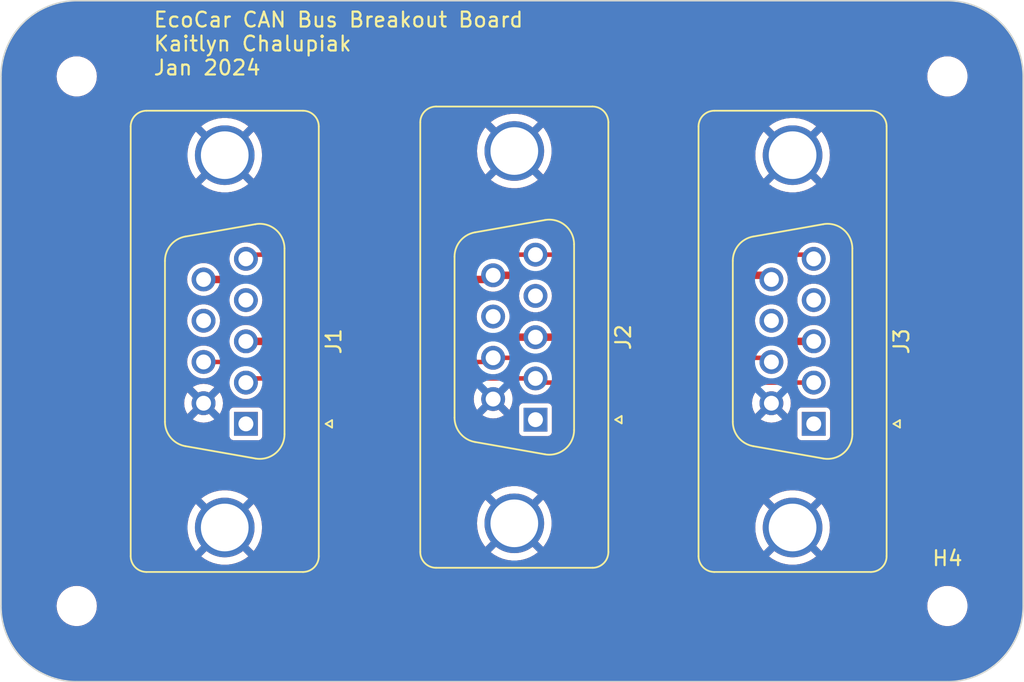
<source format=kicad_pcb>
(kicad_pcb (version 20221018) (generator pcbnew)
  (layers (0 "F.Cu" signal) (31 "B.Cu" power) (34 "B.Paste" user) (35 "F.Paste" user) (36 "B.SilkS" user "B.Silkscreen") (37 "F.SilkS" user "F.Silkscreen") (38 "B.Mask" user) (39 "F.Mask" user) (44 "Edge.Cuts" user))
  (net 0 "")
  (net 1 "GND")
  (net 3 "/CAN_L")
  (net 4 "/V-")
  (net 6 "/SHIELD")
  (net 7 "/CAN_H")
  (net 9 "/V+")
  (footprint "Connector_Dsub:DSUB-9_Female_Vertical_P2.77x2.84mm_MountingHoles" (layer "F.Cu") (at 135.810331 84.29 -90)
    (fp_text reference "J1" (at -5.54 -5.89 -90) (layer "F.SilkS"))
    (fp_text value "DE9_Receptacle_MountingHoles")
    (fp_line (start -21.025 6.67) (end -21.025 -3.83) (stroke (width 0.12)) (layer "F.SilkS"))
    (fp_line (start -19.965 -4.89) (end 8.885 -4.89) (stroke (width 0.12)) (layer "F.SilkS"))
    (fp_line (start -13.40647 -0.641744) (end -12.577733 4.058256) (stroke (width 0.12)) (layer "F.SilkS"))
    (fp_line (start -11.771689 -2.59) (end 0.691689 -2.59) (stroke (width 0.12)) (layer "F.SilkS"))
    (fp_line (start -10.942952 5.43) (end -0.137048 5.43) (stroke (width 0.12)) (layer "F.SilkS"))
    (fp_line (start -0.25 -5.784338) (end 0.25 -5.784338) (stroke (width 0.12)) (layer "F.SilkS"))
    (fp_line (start 0 -5.351325) (end -0.25 -5.784338) (stroke (width 0.12)) (layer "F.SilkS"))
    (fp_line (start 0.25 -5.784338) (end 0 -5.351325) (stroke (width 0.12)) (layer "F.SilkS"))
    (fp_line (start 2.32647 -0.641744) (end 1.497733 4.058256) (stroke (width 0.12)) (layer "F.SilkS"))
    (fp_line (start 8.885 7.73) (end -19.965 7.73) (stroke (width 0.12)) (layer "F.SilkS"))
    (fp_line (start 9.945 -3.83) (end 9.945 6.67) (stroke (width 0.12)) (layer "F.SilkS"))
    (fp_arc (start -21.025 -3.83) (mid -20.714533 -4.579533) (end -19.965 -4.89) (stroke (width 0.12)) (layer "F.SilkS"))
    (fp_arc (start -19.965 7.73) (mid -20.714533 7.419533) (end -21.025 6.67) (stroke (width 0.12)) (layer "F.SilkS"))
    (fp_arc (start -13.40647 -0.641744) (mid -13.043323 -1.997028) (end -11.771689 -2.59) (stroke (width 0.12)) (layer "F.SilkS"))
    (fp_arc (start -10.942952 5.43) (mid -12.009979 5.041634) (end -12.577733 4.058256) (stroke (width 0.12)) (layer "F.SilkS"))
    (fp_arc (start 0.691689 -2.59) (mid 1.963323 -1.997027) (end 2.32647 -0.641744) (stroke (width 0.12)) (layer "F.SilkS"))
    (fp_arc (start 1.497733 4.058256) (mid 0.92998 5.041634) (end -0.137048 5.43) (stroke (width 0.12)) (layer "F.SilkS"))
    (fp_arc (start 8.885 -4.89) (mid 9.634533 -4.579533) (end 9.945 -3.83) (stroke (width 0.12)) (layer "F.SilkS"))
    (fp_arc (start 9.945 6.67) (mid 9.634533 7.419533) (end 8.885 7.73) (stroke (width 0.12)) (layer "F.SilkS"))
    (pad "0" thru_hole circle (at -18.04 1.42 270) (size 4 4) (drill 3.2) (layers "*.Cu" "*.Mask") (net 1 "GND"))
    (pad "0" thru_hole circle (at 6.96 1.42 270) (size 4 4) (drill 3.2) (layers "*.Cu" "*.Mask") (net 1 "GND"))
    (pad "1" thru_hole rect (at 0 0 270) (size 1.6 1.6) (drill 1) (layers "*.Cu" "*.Mask"))
    (pad "2" thru_hole circle (at -2.77 0 270) (size 1.6 1.6) (drill 1) (layers "*.Cu" "*.Mask") (net 3 "/CAN_L"))
    (pad "3" thru_hole circle (at -5.54 0 270) (size 1.6 1.6) (drill 1) (layers "*.Cu" "*.Mask") (net 4 "/V-"))
    (pad "4" thru_hole circle (at -8.31 0 270) (size 1.6 1.6) (drill 1) (layers "*.Cu" "*.Mask"))
    (pad "5" thru_hole circle (at -11.08 0 270) (size 1.6 1.6) (drill 1) (layers "*.Cu" "*.Mask") (net 6 "/SHIELD"))
    (pad "6" thru_hole circle (at -1.385 2.84 270) (size 1.6 1.6) (drill 1) (layers "*.Cu" "*.Mask") (net 1 "GND"))
    (pad "7" thru_hole circle (at -4.155 2.84 270) (size 1.6 1.6) (drill 1) (layers "*.Cu" "*.Mask") (net 7 "/CAN_H"))
    (pad "8" thru_hole circle (at -6.925 2.84 270) (size 1.6 1.6) (drill 1) (layers "*.Cu" "*.Mask"))
    (pad "9" thru_hole circle (at -9.695 2.84 270) (size 1.6 1.6) (drill 1) (layers "*.Cu" "*.Mask") (net 9 "/V+"))
  )
  (footprint "Connector_Dsub:DSUB-9_Female_Vertical_P2.77x2.84mm_MountingHoles" (layer "F.Cu") (at 155.24 84.009669 -90)
    (fp_text reference "J2" (at -5.54 -5.89 -90) (layer "F.SilkS"))
    (fp_text value "DE9_Receptacle_MountingHoles")
    (fp_line (start -21.025 6.67) (end -21.025 -3.83) (stroke (width 0.12)) (layer "F.SilkS"))
    (fp_line (start -19.965 -4.89) (end 8.885 -4.89) (stroke (width 0.12)) (layer "F.SilkS"))
    (fp_line (start -13.40647 -0.641744) (end -12.577733 4.058256) (stroke (width 0.12)) (layer "F.SilkS"))
    (fp_line (start -11.771689 -2.59) (end 0.691689 -2.59) (stroke (width 0.12)) (layer "F.SilkS"))
    (fp_line (start -10.942952 5.43) (end -0.137048 5.43) (stroke (width 0.12)) (layer "F.SilkS"))
    (fp_line (start -0.25 -5.784338) (end 0.25 -5.784338) (stroke (width 0.12)) (layer "F.SilkS"))
    (fp_line (start 0 -5.351325) (end -0.25 -5.784338) (stroke (width 0.12)) (layer "F.SilkS"))
    (fp_line (start 0.25 -5.784338) (end 0 -5.351325) (stroke (width 0.12)) (layer "F.SilkS"))
    (fp_line (start 2.32647 -0.641744) (end 1.497733 4.058256) (stroke (width 0.12)) (layer "F.SilkS"))
    (fp_line (start 8.885 7.73) (end -19.965 7.73) (stroke (width 0.12)) (layer "F.SilkS"))
    (fp_line (start 9.945 -3.83) (end 9.945 6.67) (stroke (width 0.12)) (layer "F.SilkS"))
    (fp_arc (start -21.025 -3.83) (mid -20.714533 -4.579533) (end -19.965 -4.89) (stroke (width 0.12)) (layer "F.SilkS"))
    (fp_arc (start -19.965 7.73) (mid -20.714533 7.419533) (end -21.025 6.67) (stroke (width 0.12)) (layer "F.SilkS"))
    (fp_arc (start -13.40647 -0.641744) (mid -13.043323 -1.997028) (end -11.771689 -2.59) (stroke (width 0.12)) (layer "F.SilkS"))
    (fp_arc (start -10.942952 5.43) (mid -12.009979 5.041634) (end -12.577733 4.058256) (stroke (width 0.12)) (layer "F.SilkS"))
    (fp_arc (start 0.691689 -2.59) (mid 1.963323 -1.997027) (end 2.32647 -0.641744) (stroke (width 0.12)) (layer "F.SilkS"))
    (fp_arc (start 1.497733 4.058256) (mid 0.92998 5.041634) (end -0.137048 5.43) (stroke (width 0.12)) (layer "F.SilkS"))
    (fp_arc (start 8.885 -4.89) (mid 9.634533 -4.579533) (end 9.945 -3.83) (stroke (width 0.12)) (layer "F.SilkS"))
    (fp_arc (start 9.945 6.67) (mid 9.634533 7.419533) (end 8.885 7.73) (stroke (width 0.12)) (layer "F.SilkS"))
    (pad "0" thru_hole circle (at -18.04 1.42 270) (size 4 4) (drill 3.2) (layers "*.Cu" "*.Mask") (net 1 "GND"))
    (pad "0" thru_hole circle (at 6.96 1.42 270) (size 4 4) (drill 3.2) (layers "*.Cu" "*.Mask") (net 1 "GND"))
    (pad "1" thru_hole rect (at 0 0 270) (size 1.6 1.6) (drill 1) (layers "*.Cu" "*.Mask"))
    (pad "2" thru_hole circle (at -2.77 0 270) (size 1.6 1.6) (drill 1) (layers "*.Cu" "*.Mask") (net 3 "/CAN_L"))
    (pad "3" thru_hole circle (at -5.54 0 270) (size 1.6 1.6) (drill 1) (layers "*.Cu" "*.Mask") (net 4 "/V-"))
    (pad "4" thru_hole circle (at -8.31 0 270) (size 1.6 1.6) (drill 1) (layers "*.Cu" "*.Mask"))
    (pad "5" thru_hole circle (at -11.08 0 270) (size 1.6 1.6) (drill 1) (layers "*.Cu" "*.Mask") (net 6 "/SHIELD"))
    (pad "6" thru_hole circle (at -1.385 2.84 270) (size 1.6 1.6) (drill 1) (layers "*.Cu" "*.Mask") (net 1 "GND"))
    (pad "7" thru_hole circle (at -4.155 2.84 270) (size 1.6 1.6) (drill 1) (layers "*.Cu" "*.Mask") (net 7 "/CAN_H"))
    (pad "8" thru_hole circle (at -6.925 2.84 270) (size 1.6 1.6) (drill 1) (layers "*.Cu" "*.Mask"))
    (pad "9" thru_hole circle (at -9.695 2.84 270) (size 1.6 1.6) (drill 1) (layers "*.Cu" "*.Mask") (net 9 "/V+"))
  )
  (footprint "MountingHole:MountingHole_2.2mm_M2" (layer "F.Cu") (at 182.88 96.52)
    (fp_text reference "H4" (at 0 -3.2) (layer "F.SilkS"))
    (fp_text value "MountingHole")
    (pad "" np_thru_hole circle (at 0 0) (size 2.2 2.2) (drill 2.2) (layers "*.Cu" "*.Mask"))
  )
  (footprint "MountingHole:MountingHole_2.2mm_M2" (layer "F.Cu") (at 124.46 60.96)
    (fp_text reference "H1")
    (fp_text value "MountingHole")
    (pad "" np_thru_hole circle (at 0 0) (size 2.2 2.2) (drill 2.2) (layers "*.Cu" "*.Mask"))
  )
  (footprint "Connector_Dsub:DSUB-9_Female_Vertical_P2.77x2.84mm_MountingHoles" (layer "F.Cu") (at 173.910331 84.29 -90)
    (fp_text reference "J3" (at -5.54 -5.89 -90) (layer "F.SilkS"))
    (fp_text value "DE9_Receptacle_MountingHoles")
    (fp_line (start -21.025 6.67) (end -21.025 -3.83) (stroke (width 0.12)) (layer "F.SilkS"))
    (fp_line (start -19.965 -4.89) (end 8.885 -4.89) (stroke (width 0.12)) (layer "F.SilkS"))
    (fp_line (start -13.40647 -0.641744) (end -12.577733 4.058256) (stroke (width 0.12)) (layer "F.SilkS"))
    (fp_line (start -11.771689 -2.59) (end 0.691689 -2.59) (stroke (width 0.12)) (layer "F.SilkS"))
    (fp_line (start -10.942952 5.43) (end -0.137048 5.43) (stroke (width 0.12)) (layer "F.SilkS"))
    (fp_line (start -0.25 -5.784338) (end 0.25 -5.784338) (stroke (width 0.12)) (layer "F.SilkS"))
    (fp_line (start 0 -5.351325) (end -0.25 -5.784338) (stroke (width 0.12)) (layer "F.SilkS"))
    (fp_line (start 0.25 -5.784338) (end 0 -5.351325) (stroke (width 0.12)) (layer "F.SilkS"))
    (fp_line (start 2.32647 -0.641744) (end 1.497733 4.058256) (stroke (width 0.12)) (layer "F.SilkS"))
    (fp_line (start 8.885 7.73) (end -19.965 7.73) (stroke (width 0.12)) (layer "F.SilkS"))
    (fp_line (start 9.945 -3.83) (end 9.945 6.67) (stroke (width 0.12)) (layer "F.SilkS"))
    (fp_arc (start -21.025 -3.83) (mid -20.714533 -4.579533) (end -19.965 -4.89) (stroke (width 0.12)) (layer "F.SilkS"))
    (fp_arc (start -19.965 7.73) (mid -20.714533 7.419533) (end -21.025 6.67) (stroke (width 0.12)) (layer "F.SilkS"))
    (fp_arc (start -13.40647 -0.641744) (mid -13.043323 -1.997028) (end -11.771689 -2.59) (stroke (width 0.12)) (layer "F.SilkS"))
    (fp_arc (start -10.942952 5.43) (mid -12.009979 5.041634) (end -12.577733 4.058256) (stroke (width 0.12)) (layer "F.SilkS"))
    (fp_arc (start 0.691689 -2.59) (mid 1.963323 -1.997027) (end 2.32647 -0.641744) (stroke (width 0.12)) (layer "F.SilkS"))
    (fp_arc (start 1.497733 4.058256) (mid 0.92998 5.041634) (end -0.137048 5.43) (stroke (width 0.12)) (layer "F.SilkS"))
    (fp_arc (start 8.885 -4.89) (mid 9.634533 -4.579533) (end 9.945 -3.83) (stroke (width 0.12)) (layer "F.SilkS"))
    (fp_arc (start 9.945 6.67) (mid 9.634533 7.419533) (end 8.885 7.73) (stroke (width 0.12)) (layer "F.SilkS"))
    (pad "0" thru_hole circle (at -18.04 1.42 270) (size 4 4) (drill 3.2) (layers "*.Cu" "*.Mask") (net 1 "GND"))
    (pad "0" thru_hole circle (at 6.96 1.42 270) (size 4 4) (drill 3.2) (layers "*.Cu" "*.Mask") (net 1 "GND"))
    (pad "1" thru_hole rect (at 0 0 270) (size 1.6 1.6) (drill 1) (layers "*.Cu" "*.Mask"))
    (pad "2" thru_hole circle (at -2.77 0 270) (size 1.6 1.6) (drill 1) (layers "*.Cu" "*.Mask") (net 3 "/CAN_L"))
    (pad "3" thru_hole circle (at -5.54 0 270) (size 1.6 1.6) (drill 1) (layers "*.Cu" "*.Mask") (net 4 "/V-"))
    (pad "4" thru_hole circle (at -8.31 0 270) (size 1.6 1.6) (drill 1) (layers "*.Cu" "*.Mask"))
    (pad "5" thru_hole circle (at -11.08 0 270) (size 1.6 1.6) (drill 1) (layers "*.Cu" "*.Mask") (net 6 "/SHIELD"))
    (pad "6" thru_hole circle (at -1.385 2.84 270) (size 1.6 1.6) (drill 1) (layers "*.Cu" "*.Mask") (net 1 "GND"))
    (pad "7" thru_hole circle (at -4.155 2.84 270) (size 1.6 1.6) (drill 1) (layers "*.Cu" "*.Mask") (net 7 "/CAN_H"))
    (pad "8" thru_hole circle (at -6.925 2.84 270) (size 1.6 1.6) (drill 1) (layers "*.Cu" "*.Mask"))
    (pad "9" thru_hole circle (at -9.695 2.84 270) (size 1.6 1.6) (drill 1) (layers "*.Cu" "*.Mask") (net 9 "/V+"))
  )
  (footprint "MountingHole:MountingHole_2.2mm_M2" (layer "F.Cu") (at 182.88 60.96)
    (fp_text reference "H3")
    (fp_text value "MountingHole")
    (pad "" np_thru_hole circle (at 0 0) (size 2.2 2.2) (drill 2.2) (layers "*.Cu" "*.Mask"))
  )
  (footprint "MountingHole:MountingHole_2.2mm_M2" (layer "F.Cu") (at 124.46 96.52)
    (fp_text reference "H2")
    (fp_text value "MountingHole")
    (pad "" np_thru_hole circle (at 0 0) (size 2.2 2.2) (drill 2.2) (layers "*.Cu" "*.Mask"))
  )
  (gr_arc (start 119.38 60.96) (mid 120.867898 57.367898) (end 124.46 55.88) (stroke (width 0.1)) (layer "Edge.Cuts"))
  (gr_arc (start 187.96 96.52) (mid 186.472102 100.112102) (end 182.88 101.6) (stroke (width 0.1)) (layer "Edge.Cuts"))
  (gr_line (start 124.46 55.88) (end 182.88 55.88) (stroke (width 0.1)) (layer "Edge.Cuts"))
  (gr_arc (start 182.88 55.88) (mid 186.472102 57.367898) (end 187.96 60.96) (stroke (width 0.1)) (layer "Edge.Cuts"))
  (gr_line (start 119.38 60.96) (end 119.38 96.52) (stroke (width 0.1)) (layer "Edge.Cuts"))
  (gr_arc (start 124.46 101.6) (mid 120.867898 100.112102) (end 119.38 96.52) (stroke (width 0.1)) (layer "Edge.Cuts"))
  (gr_line (start 187.96 60.96) (end 187.96 96.52) (stroke (width 0.1)) (layer "Edge.Cuts"))
  (gr_line (start 124.46 101.6) (end 182.88 101.6) (stroke (width 0.1)) (layer "Edge.Cuts"))
  (gr_text "EcoCar CAN Bus Breakout Board\nKaitlyn Chalupiak\nJan 2024" (at 129.54 60.96) (layer "F.SilkS") (effects (font (size 1 1)) (justify left bottom)))
  (segment (start 135.810331 81.52) (end 136.090662 81.239669) (width 0.25) (layer "F.Cu") (net 3))
  (segment (start 155.520331 81.52) (end 173.910331 81.52) (width 0.3) (layer "F.Cu") (net 3))
  (segment (start 136.090662 81.239669) (end 155.24 81.239669) (width 0.3) (layer "F.Cu") (net 3))
  (segment (start 155.24 81.239669) (end 155.520331 81.52) (width 0.25) (layer "F.Cu") (net 3))
  (segment (start 169.869669 78.469669) (end 170.15 78.75) (width 0.5) (layer "F.Cu") (net 4))
  (segment (start 150.530331 78.469669) (end 155.24 78.469669) (width 0.5) (layer "F.Cu") (net 4))
  (segment (start 150.25 78.75) (end 150.530331 78.469669) (width 0.5) (layer "F.Cu") (net 4))
  (segment (start 154.959669 78.75) (end 155.24 78.469669) (width 0.2) (layer "F.Cu") (net 4))
  (segment (start 170.15 78.75) (end 173.910331 78.75) (width 0.5) (layer "F.Cu") (net 4))
  (segment (start 155.24 78.469669) (end 169.869669 78.469669) (width 0.5) (layer "F.Cu") (net 4))
  (segment (start 173.63 78.469669) (end 173.910331 78.75) (width 0.2) (layer "F.Cu") (net 4))
  (segment (start 135.810331 78.75) (end 150.25 78.75) (width 0.5) (layer "F.Cu") (net 4))
  (segment (start 136.090662 72.929669) (end 155.24 72.929669) (width 0.3) (layer "F.Cu") (net 6))
  (segment (start 135.810331 73.21) (end 136.090662 72.929669) (width 0.25) (layer "F.Cu") (net 6))
  (segment (start 173.63 72.929669) (end 173.910331 73.21) (width 0.25) (layer "F.Cu") (net 6))
  (segment (start 155.24 72.929669) (end 173.63 72.929669) (width 0.3) (layer "F.Cu") (net 6))
  (segment (start 152.4 79.854669) (end 170.79 79.854669) (width 0.3) (layer "F.Cu") (net 7))
  (segment (start 132.970331 80.135) (end 152.119669 80.135) (width 0.3) (layer "F.Cu") (net 7))
  (segment (start 170.79 79.854669) (end 171.070331 80.135) (width 0.25) (layer "B.Cu") (net 7))
  (segment (start 152.119669 80.135) (end 152.4 79.854669) (width 0.25) (layer "B.Cu") (net 7))
  (segment (start 132.970331 74.595) (end 152.119669 74.595) (width 0.5) (layer "F.Cu") (net 9))
  (segment (start 152.4 74.314669) (end 170.79 74.314669) (width 0.5) (layer "F.Cu") (net 9))
  (segment (start 170.79 74.314669) (end 171.070331 74.595) (width 0.2) (layer "B.Cu") (net 9))
  (segment (start 152.119669 74.595) (end 152.4 74.314669) (width 0.2) (layer "B.Cu") (net 9))
  (zone (net 1) (net_name "GND") (layers "F&B.Cu") (connect_pads (clearance 0.3)) (min_thickness 0.25) (fill yes (thermal_gap 0.5) (thermal_bridge_width 0.5))
    (polygon (pts (xy 119.38 55.88) (xy 119.38 101.6) (xy 187.96 101.6) (xy 187.96 55.88)))
  )
)
</source>
